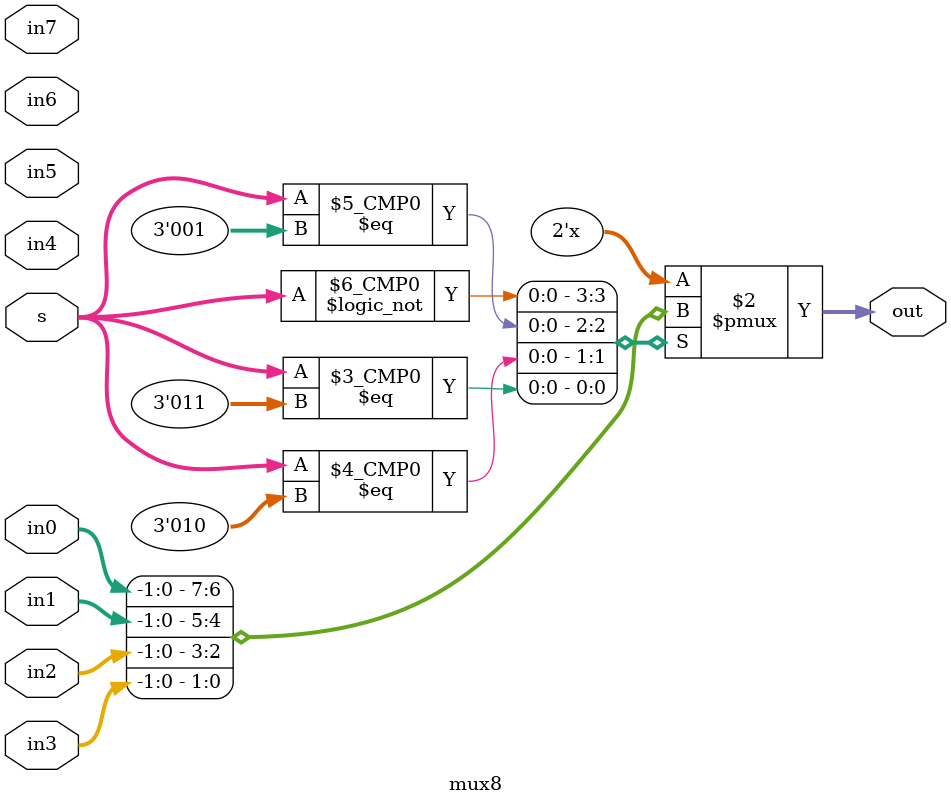
<source format=v>
module mux8 #(
    parameter width = 0
)
(
    input       [width-1:0] in0,
    input       [width-1:0] in1,
    input       [width-1:0] in2,
    input       [width-1:0] in3,
    input       [width-1:0] in4,
    input       [width-1:0] in5,
    input       [width-1:0] in6,
    input       [width-1:0] in7,
    input       [2:0]       s,
    output reg  [width-1:0] out
);
    always @* begin
        case(s)
            0: out <= in0;
            1: out <= in1;
            2: out <= in2;
            3: out <= in3;
            0: out <= in4;
            1: out <= in5;
            2: out <= in6;
            3: out <= in7;
        endcase
    end
endmodule

</source>
